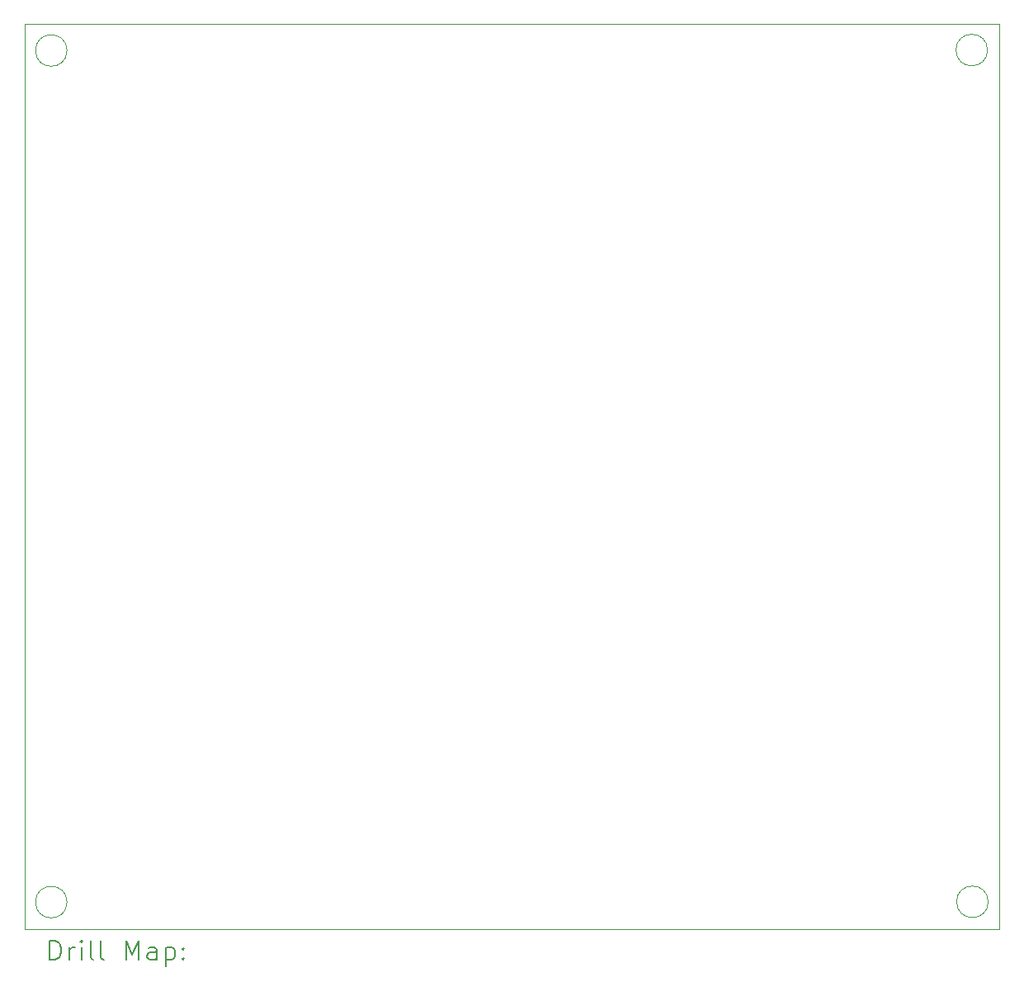
<source format=gbr>
%TF.GenerationSoftware,KiCad,Pcbnew,9.0.2*%
%TF.CreationDate,2025-07-17T17:15:00-07:00*%
%TF.ProjectId,fsrPrototype2,66737250-726f-4746-9f74-797065322e6b,rev?*%
%TF.SameCoordinates,Original*%
%TF.FileFunction,Drillmap*%
%TF.FilePolarity,Positive*%
%FSLAX45Y45*%
G04 Gerber Fmt 4.5, Leading zero omitted, Abs format (unit mm)*
G04 Created by KiCad (PCBNEW 9.0.2) date 2025-07-17 17:15:00*
%MOMM*%
%LPD*%
G01*
G04 APERTURE LIST*
%ADD10C,0.050000*%
%ADD11C,0.200000*%
G04 APERTURE END LIST*
D10*
X20200000Y-4800000D02*
X20100000Y-4800000D01*
X20200000Y-4900000D02*
X20200000Y-4800000D01*
X20200000Y-14100000D02*
X20200000Y-14000000D01*
X20100000Y-14100000D02*
X20200000Y-14100000D01*
X10200000Y-14100000D02*
X10300000Y-14100000D01*
X10200000Y-14000000D02*
X10200000Y-14100000D01*
X10200000Y-4800000D02*
X10300000Y-4800000D01*
X10200000Y-4900000D02*
X10200000Y-4800000D01*
X20080000Y-5070000D02*
G75*
G02*
X19756270Y-5070000I-161865J0D01*
G01*
X19756270Y-5070000D02*
G75*
G02*
X20080000Y-5070000I161865J0D01*
G01*
X10200000Y-4900000D02*
X10200000Y-14000000D01*
X20086865Y-13816865D02*
G75*
G02*
X19763135Y-13816865I-161865J0D01*
G01*
X19763135Y-13816865D02*
G75*
G02*
X20086865Y-13816865I161865J0D01*
G01*
X10635000Y-13820000D02*
G75*
G02*
X10311270Y-13820000I-161865J0D01*
G01*
X10311270Y-13820000D02*
G75*
G02*
X10635000Y-13820000I161865J0D01*
G01*
X10635000Y-5075000D02*
G75*
G02*
X10311270Y-5075000I-161865J0D01*
G01*
X10311270Y-5075000D02*
G75*
G02*
X10635000Y-5075000I161865J0D01*
G01*
X20100000Y-4800000D02*
X10300000Y-4800000D01*
X20200000Y-14000000D02*
X20200000Y-4900000D01*
X10300000Y-14100000D02*
X20100000Y-14100000D01*
D11*
X10458277Y-14413984D02*
X10458277Y-14213984D01*
X10458277Y-14213984D02*
X10505896Y-14213984D01*
X10505896Y-14213984D02*
X10534467Y-14223508D01*
X10534467Y-14223508D02*
X10553515Y-14242555D01*
X10553515Y-14242555D02*
X10563039Y-14261603D01*
X10563039Y-14261603D02*
X10572563Y-14299698D01*
X10572563Y-14299698D02*
X10572563Y-14328269D01*
X10572563Y-14328269D02*
X10563039Y-14366365D01*
X10563039Y-14366365D02*
X10553515Y-14385412D01*
X10553515Y-14385412D02*
X10534467Y-14404460D01*
X10534467Y-14404460D02*
X10505896Y-14413984D01*
X10505896Y-14413984D02*
X10458277Y-14413984D01*
X10658277Y-14413984D02*
X10658277Y-14280650D01*
X10658277Y-14318746D02*
X10667801Y-14299698D01*
X10667801Y-14299698D02*
X10677324Y-14290174D01*
X10677324Y-14290174D02*
X10696372Y-14280650D01*
X10696372Y-14280650D02*
X10715420Y-14280650D01*
X10782086Y-14413984D02*
X10782086Y-14280650D01*
X10782086Y-14213984D02*
X10772563Y-14223508D01*
X10772563Y-14223508D02*
X10782086Y-14233031D01*
X10782086Y-14233031D02*
X10791610Y-14223508D01*
X10791610Y-14223508D02*
X10782086Y-14213984D01*
X10782086Y-14213984D02*
X10782086Y-14233031D01*
X10905896Y-14413984D02*
X10886848Y-14404460D01*
X10886848Y-14404460D02*
X10877324Y-14385412D01*
X10877324Y-14385412D02*
X10877324Y-14213984D01*
X11010658Y-14413984D02*
X10991610Y-14404460D01*
X10991610Y-14404460D02*
X10982086Y-14385412D01*
X10982086Y-14385412D02*
X10982086Y-14213984D01*
X11239229Y-14413984D02*
X11239229Y-14213984D01*
X11239229Y-14213984D02*
X11305896Y-14356841D01*
X11305896Y-14356841D02*
X11372562Y-14213984D01*
X11372562Y-14213984D02*
X11372562Y-14413984D01*
X11553515Y-14413984D02*
X11553515Y-14309222D01*
X11553515Y-14309222D02*
X11543991Y-14290174D01*
X11543991Y-14290174D02*
X11524943Y-14280650D01*
X11524943Y-14280650D02*
X11486848Y-14280650D01*
X11486848Y-14280650D02*
X11467801Y-14290174D01*
X11553515Y-14404460D02*
X11534467Y-14413984D01*
X11534467Y-14413984D02*
X11486848Y-14413984D01*
X11486848Y-14413984D02*
X11467801Y-14404460D01*
X11467801Y-14404460D02*
X11458277Y-14385412D01*
X11458277Y-14385412D02*
X11458277Y-14366365D01*
X11458277Y-14366365D02*
X11467801Y-14347317D01*
X11467801Y-14347317D02*
X11486848Y-14337793D01*
X11486848Y-14337793D02*
X11534467Y-14337793D01*
X11534467Y-14337793D02*
X11553515Y-14328269D01*
X11648753Y-14280650D02*
X11648753Y-14480650D01*
X11648753Y-14290174D02*
X11667801Y-14280650D01*
X11667801Y-14280650D02*
X11705896Y-14280650D01*
X11705896Y-14280650D02*
X11724943Y-14290174D01*
X11724943Y-14290174D02*
X11734467Y-14299698D01*
X11734467Y-14299698D02*
X11743991Y-14318746D01*
X11743991Y-14318746D02*
X11743991Y-14375888D01*
X11743991Y-14375888D02*
X11734467Y-14394936D01*
X11734467Y-14394936D02*
X11724943Y-14404460D01*
X11724943Y-14404460D02*
X11705896Y-14413984D01*
X11705896Y-14413984D02*
X11667801Y-14413984D01*
X11667801Y-14413984D02*
X11648753Y-14404460D01*
X11829705Y-14394936D02*
X11839229Y-14404460D01*
X11839229Y-14404460D02*
X11829705Y-14413984D01*
X11829705Y-14413984D02*
X11820182Y-14404460D01*
X11820182Y-14404460D02*
X11829705Y-14394936D01*
X11829705Y-14394936D02*
X11829705Y-14413984D01*
X11829705Y-14290174D02*
X11839229Y-14299698D01*
X11839229Y-14299698D02*
X11829705Y-14309222D01*
X11829705Y-14309222D02*
X11820182Y-14299698D01*
X11820182Y-14299698D02*
X11829705Y-14290174D01*
X11829705Y-14290174D02*
X11829705Y-14309222D01*
M02*

</source>
